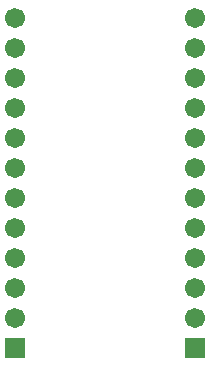
<source format=gbs>
%FSLAX23Y23*%
%MOIN*%
G70*
G01*
G75*
G04 Layer_Color=16711935*
%ADD10R,0.037X0.067*%
%ADD11C,0.010*%
%ADD12C,0.020*%
%ADD13C,0.059*%
%ADD14R,0.059X0.059*%
%ADD15C,0.008*%
%ADD16C,0.006*%
%ADD17R,0.045X0.075*%
%ADD18C,0.067*%
%ADD19R,0.067X0.067*%
D18*
X2080Y2710D02*
D03*
Y2610D02*
D03*
Y2510D02*
D03*
Y2410D02*
D03*
Y2310D02*
D03*
Y2210D02*
D03*
Y2110D02*
D03*
Y2010D02*
D03*
Y1910D02*
D03*
Y1810D02*
D03*
Y1710D02*
D03*
X1480Y2710D02*
D03*
Y2610D02*
D03*
Y2510D02*
D03*
Y2410D02*
D03*
Y2310D02*
D03*
Y2210D02*
D03*
Y2110D02*
D03*
Y2010D02*
D03*
Y1910D02*
D03*
Y1810D02*
D03*
Y1710D02*
D03*
D19*
X2080Y1610D02*
D03*
X1480D02*
D03*
M02*

</source>
